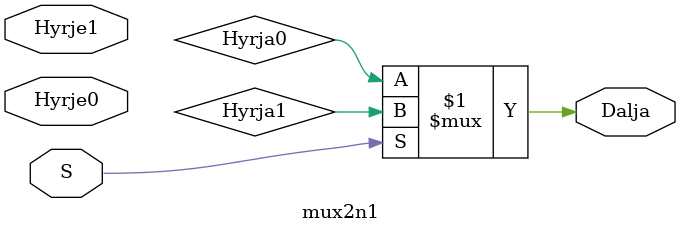
<source format=v>
`timescale 1ns / 1ps


module mux2n1(
    input Hyrje0,
    input Hyrje1,
    input S,
    output Dalja
    );
    
    assign Dalja = S ? Hyrja1 : Hyrja0;
    
endmodule

</source>
